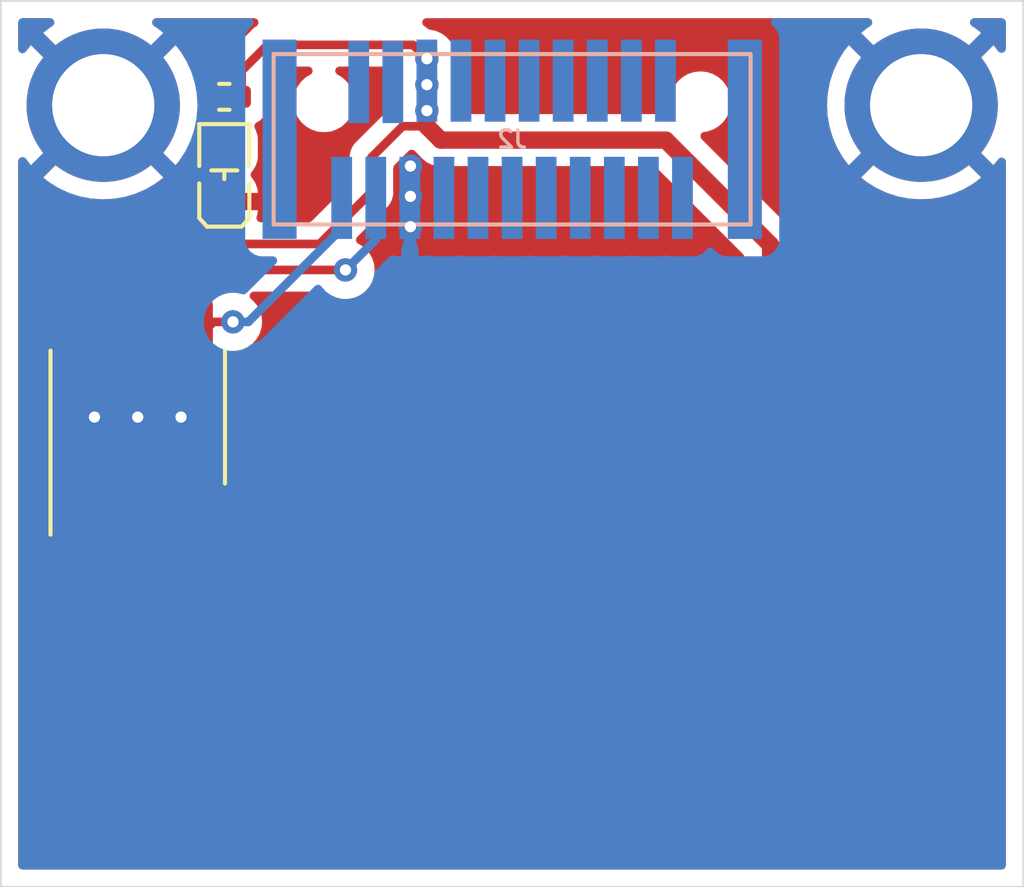
<source format=kicad_pcb>
(kicad_pcb (version 20211014) (generator pcbnew)
  (layers (0 "F.Cu" signal "Front") (1 "In1.Cu" signal) (2 "In2.Cu" signal) (31 "B.Cu" signal "Back") (34 "B.Paste" user) (35 "F.Paste" user) (36 "B.SilkS" user "B.Silkscreen") (37 "F.SilkS" user "F.Silkscreen") (38 "B.Mask" user) (39 "F.Mask" user) (44 "Edge.Cuts" user))
  (net 0 "")
  (net 1 "GND")
  (net 2 "Net-(D1-Pad2)")
  (net 3 "/3V3")
  (net 4 "/SDA_EEPROM")
  (net 5 "/~{RST}")
  (net 6 "/MISO")
  (net 7 "/MOSI")
  (net 8 "/SDA")
  (net 9 "/SCL")
  (net 10 "/SCL_EEPROM")
  (net 11 "/5V")
  (net 13 "/TXD")
  (net 14 "/Status")
  (net 15 "/A0")
  (net 17 "/RXD")
  (net 24 "/A1")
  (net 25 "/SCK")
  (net 26 "/CS")
  (footprint "ICSL:M1502-B-2545-AL-TOP" (layer "F.Cu") (at 98.048 66.986)
    (fp_text reference "H1" hide)
    (fp_text value "GND" hide)
    (pad "1" thru_hole circle locked (at -3.048 -2.986) (size 4.5 4.5) (drill 3) (layers *.Cu *.Mask) (net 1 "GND"))
  )
  (footprint "ICSL:M1502-B-2545-AL-TOP" (layer "F.Cu") (at 119 64)
    (fp_text reference "H2" hide)
    (fp_text value "GND" hide)
    (pad "1" thru_hole circle locked (at 0 0) (size 4.5 4.5) (drill 3) (layers *.Cu *.Mask) (net 1 "GND"))
  )
  (footprint "Resistor_SMD:R_0402_1005Metric" (layer "F.Cu") (at 98.552 63.754 180)
    (fp_text reference "R1" hide)
    (fp_text value "R_0402_10K")
    (fp_line (start -0.153641 -0.38) (end 0.153641 -0.38) (layer "F.SilkS") (width 0.12))
    (fp_line (start -0.153641 0.38) (end 0.153641 0.38) (layer "F.SilkS") (width 0.12))
    (pad "1" smd roundrect locked (at -0.51 0 180) (size 0.54 0.64) (layers "F.Cu" "F.Paste" "F.Mask") (net 3 "/3V3"))
    (pad "2" smd roundrect locked (at 0.51 0 180) (size 0.54 0.64) (layers "F.Cu" "F.Paste" "F.Mask") (net 2 "Net-(D1-Pad2)"))
  )
  (footprint "jlcsmt:SOIC-8_3.9x4.9mm_P1.27mm" (layer "F.Cu") (at 96.012 73.152)
    (fp_text reference "U3" hide)
    (fp_text value "EEPROM_M24C02-WMN6TP")
    (fp_line (start -2.56 0) (end -2.56 3.45) (layer "F.SilkS") (width 0.12))
    (fp_line (start 2.56 0) (end 2.56 -1.95) (layer "F.SilkS") (width 0.12))
    (fp_line (start -2.56 0) (end -2.56 -1.95) (layer "F.SilkS") (width 0.12))
    (fp_line (start 2.56 0) (end 2.56 1.95) (layer "F.SilkS") (width 0.12))
    (pad "1" smd roundrect locked (at -1.905 2.475 90) (size 1.95 0.6) (layers "F.Cu" "F.Paste" "F.Mask"))
    (pad "2" smd roundrect locked (at -0.635 2.475 90) (size 1.95 0.6) (layers "F.Cu" "F.Paste" "F.Mask"))
    (pad "3" smd roundrect locked (at 0.635 2.475 90) (size 1.95 0.6) (layers "F.Cu" "F.Paste" "F.Mask"))
    (pad "4" smd roundrect locked (at 1.905 2.475 90) (size 1.95 0.6) (layers "F.Cu" "F.Paste" "F.Mask") (net 1 "GND"))
    (pad "5" smd roundrect locked (at 1.905 -2.475 90) (size 1.95 0.6) (layers "F.Cu" "F.Paste" "F.Mask") (net 4 "/SDA_EEPROM"))
    (pad "6" smd roundrect locked (at 0.635 -2.475 90) (size 1.95 0.6) (layers "F.Cu" "F.Paste" "F.Mask") (net 10 "/SCL_EEPROM"))
    (pad "7" smd roundrect locked (at -0.635 -2.475 90) (size 1.95 0.6) (layers "F.Cu" "F.Paste" "F.Mask"))
    (pad "8" smd roundrect locked (at -1.905 -2.475 90) (size 1.95 0.6) (layers "F.Cu" "F.Paste" "F.Mask") (net 3 "/3V3"))
  )
  (footprint "jlcsmt:LED_0603_1608Metric" (layer "F.Cu") (at 98.552 66.04 90)
    (fp_text reference "D1" hide)
    (fp_text value "LED_0603_Red" hide)
    (fp_line (start -1.27 0.735) (end -1.524 0.508) (layer "F.SilkS") (width 0.12))
    (fp_line (start 0.127 0) (end -0.127 0) (layer "F.SilkS") (width 0.12))
    (fp_line (start 0.127 -0.381) (end 0.127 0.381) (layer "F.SilkS") (width 0.12))
    (fp_line (start 0.254 0.735) (end 1.485 0.735) (layer "F.SilkS") (width 0.12))
    (fp_line (start -0.254 -0.735) (end -1.27 -0.735) (layer "F.SilkS") (width 0.12))
    (fp_line (start 1.485 -0.735) (end 0.254 -0.735) (layer "F.SilkS") (width 0.12))
    (fp_line (start -1.524 -0.508) (end -1.27 -0.735) (layer "F.SilkS") (width 0.12))
    (fp_line (start -1.524 0.508) (end -1.524 -0.508) (layer "F.SilkS") (width 0.12))
    (fp_line (start -1.27 0.735) (end -0.254 0.735) (layer "F.SilkS") (width 0.12))
    (fp_line (start 1.485 0.735) (end 1.485 -0.735) (layer "F.SilkS") (width 0.12))
    (pad "1" smd roundrect locked (at -0.7875 0 270) (size 0.875 0.95) (layers "F.Cu" "F.Paste" "F.Mask") (net 1 "GND"))
    (pad "2" smd roundrect locked (at 0.7875 0 270) (size 0.875 0.95) (layers "F.Cu" "F.Paste" "F.Mask") (net 2 "Net-(D1-Pad2)"))
  )
  (footprint "ICSL:Amphenol_91911-31321LF_PLUG" (layer "B.Cu") (at 107 65 180)
    (fp_text reference "J2" (at 0 0) (layer "B.SilkS") (effects (font (size 0.5 0.5) (thickness 0.1)) (justify mirror)))
    (fp_text value "Amphenol_91911-31321_plug" hide)
    (fp_line (start 7 -2.5) (end 7 2.5) (layer "B.SilkS") (width 0.12))
    (fp_line (start -6.9965 2.5) (end -6.9965 -2.5) (layer "B.SilkS") (width 0.12))
    (fp_line (start -6.9965 -2.5) (end 7 -2.5) (layer "B.SilkS") (width 0.12))
    (fp_line (start 7 2.5) (end -6.9965 2.5) (layer "B.SilkS") (width 0.12))
    (pad "" np_thru_hole circle locked (at 5.5245 1.1 180) (size 0.76 0.76) (drill 0.76) (layers *.Cu *.Mask))
    (pad "" np_thru_hole circle locked (at -5.5245 1.1 180) (size 0.76 0.76) (drill 0.76) (layers *.Cu *.Mask))
    (pad "" smd rect locked (at 6.8265 0 180) (size 1 5.85) (layers "B.Cu" "B.Paste" "B.Mask"))
    (pad "" smd rect locked (at -6.8265 0 180) (size 1 5.85) (layers "B.Cu" "B.Paste" "B.Mask"))
    (pad "1" smd rect locked (at 5.0035 -1.72 180) (size 0.61 2.41) (layers "B.Cu" "B.Paste" "B.Mask") (net 4 "/SDA_EEPROM"))
    (pad "2" smd rect locked (at 4.0035 -1.72 180) (size 0.61 2.41) (layers "B.Cu" "B.Paste" "B.Mask") (net 10 "/SCL_EEPROM"))
    (pad "3" smd rect locked (at 3.0035 -1.72 180) (size 0.61 2.41) (layers "B.Cu" "B.Paste" "B.Mask") (net 1 "GND"))
    (pad "4" smd rect locked (at 2.0035 -1.72 180) (size 0.61 2.41) (layers "B.Cu" "B.Paste" "B.Mask"))
    (pad "5" smd rect locked (at 1.0035 -1.72 180) (size 0.61 2.41) (layers "B.Cu" "B.Paste" "B.Mask") (net 5 "/~{RST}"))
    (pad "6" smd rect locked (at 0.0035 -1.72 180) (size 0.61 2.41) (layers "B.Cu" "B.Paste" "B.Mask") (net 25 "/SCK"))
    (pad "7" smd rect locked (at -0.9965 -1.72 180) (size 0.61 2.41) (layers "B.Cu" "B.Paste" "B.Mask") (net 6 "/MISO"))
    (pad "8" smd rect locked (at -1.9965 -1.72 180) (size 0.61 2.41) (layers "B.Cu" "B.Paste" "B.Mask") (net 7 "/MOSI"))
    (pad "9" smd rect locked (at -2.9965 -1.72 180) (size 0.61 2.41) (layers "B.Cu" "B.Paste" "B.Mask") (net 26 "/CS"))
    (pad "10" smd rect locked (at -3.9965 -1.72 180) (size 0.61 2.41) (layers "B.Cu" "B.Paste" "B.Mask") (net 8 "/SDA"))
    (pad "11" smd rect locked (at -4.9965 -1.72 180) (size 0.61 2.41) (layers "B.Cu" "B.Paste" "B.Mask") (net 9 "/SCL"))
    (pad "12" smd rect locked (at -4.4965 1.72 180) (size 0.61 2.41) (layers "B.Cu" "B.Paste" "B.Mask"))
    (pad "13" smd rect locked (at -3.4965 1.72 180) (size 0.61 2.41) (layers "B.Cu" "B.Paste" "B.Mask") (net 17 "/RXD"))
    (pad "14" smd rect locked (at -2.4965 1.72 180) (size 0.61 2.41) (layers "B.Cu" "B.Paste" "B.Mask") (net 13 "/TXD"))
    (pad "15" smd rect locked (at -1.4965 1.72 180) (size 0.61 2.41) (layers "B.Cu" "B.Paste" "B.Mask") (net 14 "/Status"))
    (pad "16" smd rect locked (at -0.4965 1.72 180) (size 0.61 2.41) (layers "B.Cu" "B.Paste" "B.Mask") (net 15 "/A0"))
    (pad "17" smd rect locked (at 0.5035 1.72 180) (size 0.61 2.41) (layers "B.Cu" "B.Paste" "B.Mask") (net 24 "/A1"))
    (pad "18" smd rect locked (at 1.5035 1.72 180) (size 0.61 2.41) (layers "B.Cu" "B.Paste" "B.Mask"))
    (pad "19" smd rect locked (at 2.5035 1.72 180) (size 0.61 2.41) (layers "B.Cu" "B.Paste" "B.Mask") (net 3 "/3V3"))
    (pad "20" smd rect locked (at 3.5035 1.68 180) (size 0.61 2.41) (layers "B.Cu" "B.Paste" "B.Mask"))
    (pad "21" smd rect locked (at 4.5035 1.68 180) (size 0.61 2.41) (layers "B.Cu" "B.Paste" "B.Mask") (net 11 "/5V"))
  )
  (gr_line (start 121.995 60.938) (end 91.995 60.938) (layer "Edge.Cuts") (width 0.05))
  (gr_line (start 91.995 60.938) (end 91.995 86.938) (layer "Edge.Cuts") (width 0.05))
  (gr_line (start 91.995 86.938) (end 121.995 86.938) (layer "Edge.Cuts") (width 0.05))
  (gr_line (start 121.995 86.938) (end 121.995 60.938) (layer "Edge.Cuts") (width 0.05))
  (via locked (at 96.012 73.152) (size 0.6858) (drill 0.3302) (layers "F.Cu" "B.Cu") (net 1))
  (via locked (at 104.013 66.675) (size 0.6858) (drill 0.3302) (layers "F.Cu" "B.Cu") (net 1))
  (via locked (at 104.013 67.564) (size 0.6858) (drill 0.3302) (layers "F.Cu" "B.Cu") (net 1))
  (via locked (at 97.282 73.152) (size 0.6858) (drill 0.3302) (layers "F.Cu" "B.Cu") (net 1))
  (via locked (at 94.742 73.152) (size 0.6858) (drill 0.3302) (layers "F.Cu" "B.Cu") (net 1))
  (via locked (at 104.013 65.786) (size 0.6858) (drill 0.3302) (layers "F.Cu" "B.Cu") (net 1))
  (segment locked (start 98.042 64.514) (end 98.042 63.754) (width 0.254) (layer "F.Cu") (net 2))
  (segment locked (start 98.552 65.024) (end 98.042 64.514) (width 0.254) (layer "F.Cu") (net 2))
  (segment locked (start 98.552 65.2525) (end 98.552 65.024) (width 0.254) (layer "F.Cu") (net 2))
  (segment (start 114.582 74.676) (end 114.582 74.902) (width 0.508) (layer "F.Cu") (net 3))
  (segment locked (start 103.7835 64.6185) (end 104.4965 64.6185) (width 0.254) (layer "F.Cu") (net 3))
  (segment (start 114.582 68.1) (end 114.582 73.66) (width 0.508) (layer "F.Cu") (net 3))
  (segment locked (start 104.4965 62.6355) (end 104.091 62.23) (width 0.254) (layer "F.Cu") (net 3))
  (segment locked (start 104.4965 64.1595) (end 104.4965 64.6185) (width 0.508) (layer "F.Cu") (net 3))
  (segment locked (start 101.346 68.072) (end 102.87 66.548) (width 0.254) (layer "F.Cu") (net 3))
  (segment locked (start 102.87 66.548) (end 102.87 65.532) (width 0.254) (layer "F.Cu") (net 3))
  (segment locked (start 99.822 62.23) (end 99.062 62.99) (width 0.254) (layer "F.Cu") (net 3))
  (segment locked (start 104.4965 63.3975) (end 104.4965 62.6355) (width 0.508) (layer "F.Cu") (net 3))
  (segment (start 111.506 65.024) (end 114.582 68.1) (width 0.508) (layer "F.Cu") (net 3))
  (segment locked (start 99.062 62.99) (end 99.062 63.754) (width 0.254) (layer "F.Cu") (net 3))
  (segment locked (start 104.4965 64.1595) (end 104.4965 63.3975) (width 0.508) (layer "F.Cu") (net 3))
  (segment (start 104.902 65.024) (end 111.506 65.024) (width 0.508) (layer "F.Cu") (net 3))
  (segment (start 104.4965 64.6185) (end 104.902 65.024) (width 0.508) (layer "F.Cu") (net 3))
  (segment locked (start 94.107 70.677) (end 94.107 70.401337) (width 0.254) (layer "F.Cu") (net 3))
  (segment locked (start 104.091 62.23) (end 99.822 62.23) (width 0.254) (layer "F.Cu") (net 3))
  (segment locked (start 102.87 65.532) (end 103.7835 64.6185) (width 0.254) (layer "F.Cu") (net 3))
  (segment (start 114.582 73.66) (end 114.582 74.676) (width 0.508) (layer "F.Cu") (net 3))
  (segment locked (start 96.436337 68.072) (end 101.346 68.072) (width 0.254) (layer "F.Cu") (net 3))
  (segment locked (start 94.107 70.401337) (end 96.436337 68.072) (width 0.254) (layer "F.Cu") (net 3))
  (via locked (at 104.4965 63.3975) (size 0.6858) (drill 0.3302) (layers "F.Cu" "B.Cu") (net 3))
  (via locked (at 104.4965 64.1595) (size 0.6858) (drill 0.3302) (layers "F.Cu" "B.Cu") (net 3))
  (via locked (at 104.4965 62.6355) (size 0.6858) (drill 0.3302) (layers "F.Cu" "B.Cu") (net 3))
  (segment locked (start 98.806 70.358) (end 98.236 70.358) (width 0.254) (layer "F.Cu") (net 4))
  (segment locked (start 98.236 70.358) (end 97.917 70.677) (width 0.254) (layer "F.Cu") (net 4))
  (via locked (at 98.806 70.358) (size 0.6858) (drill 0.3302) (layers "F.Cu" "B.Cu") (net 4))
  (segment locked (start 101.9965 66.72) (end 101.9965 67.62) (width 0.254) (layer "B.Cu") (net 4))
  (segment locked (start 101.9965 67.62) (end 99.2585 70.358) (width 0.254) (layer "B.Cu") (net 4))
  (segment locked (start 99.2585 70.358) (end 98.806 70.358) (width 0.254) (layer "B.Cu") (net 4))
  (segment locked (start 97.282 68.834) (end 96.647 69.469) (width 0.254) (layer "F.Cu") (net 10))
  (segment locked (start 102.108 68.834) (end 97.282 68.834) (width 0.254) (layer "F.Cu") (net 10))
  (segment locked (start 96.647 69.469) (end 96.647 70.677) (width 0.254) (layer "F.Cu") (net 10))
  (via locked (at 102.108 68.834) (size 0.6858) (drill 0.3302) (layers "F.Cu" "B.Cu") (net 10))
  (segment locked (start 102.9965 67.9455) (end 102.108 68.834) (width 0.254) (layer "B.Cu") (net 10))
  (segment locked (start 102.9965 66.72) (end 102.9965 67.9455) (width 0.254) (layer "B.Cu") (net 10))
  (zone (net 1) (net_name "GND") (layer "F.Cu") (priority 1) (connect_pads (clearance 0.508)) (min_thickness 0.254) (fill yes (thermal_gap 0.508) (thermal_bridge_width 0.508))
    (polygon (pts (xy 121.495 86.438) (xy 92.495 86.438) (xy 92.495 61.438) (xy 121.495 61.438)))
  )
  (zone (net 1) (net_name "GND") (layer "B.Cu") (priority 1) (connect_pads (clearance 0.508)) (min_thickness 0.254) (fill yes (thermal_gap 0.508) (thermal_bridge_width 0.508))
    (polygon (pts (xy 121.495 86.438) (xy 92.495 86.438) (xy 92.495 61.438) (xy 121.495 61.438)))
  )
)
</source>
